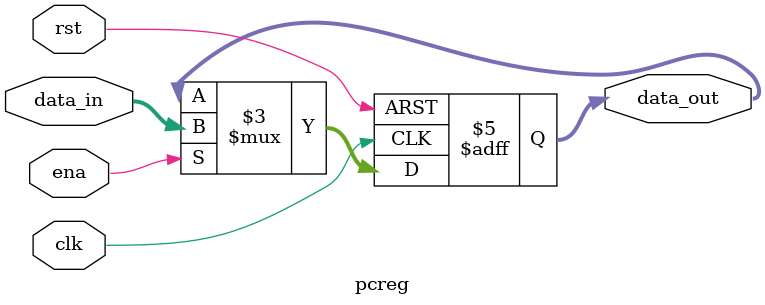
<source format=v>
`timescale 1ns / 1ps

module pcreg(
    input clk,
    input rst,//high level set zero
    input ena,//high level getin
    input [31:0] data_in,
    output reg[31:0] data_out
    );    
    //initial data_out<=32'h00400000;
     always @ (posedge clk or posedge rst)begin
		 if(rst)begin           
		   data_out<=32'h00400000;
         end
		 else if(ena)begin             
		        data_out<=data_in;
         end
		 else
		    data_out<=data_out;
	 end


endmodule

</source>
